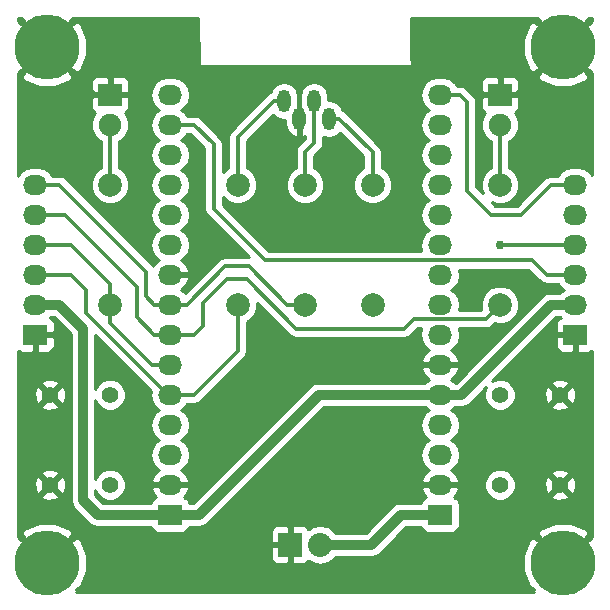
<source format=gtl>
%TF.GenerationSoftware,KiCad,Pcbnew,4.0.2-4+6225~38~ubuntu14.04.1-stable*%
%TF.CreationDate,2016-04-25T17:13:35+01:00*%
%TF.ProjectId,basic,62617369632E6B696361645F70636200,rev?*%
%TF.FileFunction,Copper,L1,Top,Signal*%
%FSLAX46Y46*%
G04 Gerber Fmt 4.6, Leading zero omitted, Abs format (unit mm)*
G04 Created by KiCad (PCBNEW 4.0.2-4+6225~38~ubuntu14.04.1-stable) date Mon 25 Apr 2016 17:13:35 BST*
%MOMM*%
G01*
G04 APERTURE LIST*
%ADD10C,0.100000*%
%ADD11C,1.998980*%
%ADD12R,2.000000X1.900000*%
%ADD13C,1.900000*%
%ADD14C,5.500000*%
%ADD15C,1.397000*%
%ADD16R,2.032000X1.727200*%
%ADD17O,2.032000X1.727200*%
%ADD18R,2.032000X2.032000*%
%ADD19O,2.032000X2.032000*%
%ADD20O,1.117600X1.905000*%
%ADD21C,0.750000*%
%ADD22C,0.406000*%
%ADD23C,0.813000*%
%ADD24C,0.305000*%
%ADD25C,0.254000*%
G04 APERTURE END LIST*
D10*
D11*
X151047000Y-86650000D03*
X151047000Y-96810000D03*
D12*
X128822000Y-79030000D03*
D13*
X128822000Y-81570000D03*
D12*
X161842000Y-79030000D03*
D13*
X161842000Y-81570000D03*
D14*
X123483000Y-74981000D03*
X123483000Y-118669000D03*
X167171000Y-74981000D03*
X167171000Y-118669000D03*
D15*
X166922000Y-112050000D03*
X161842000Y-112050000D03*
X166922000Y-104430000D03*
X161842000Y-104430000D03*
X123742000Y-104430000D03*
X128822000Y-104430000D03*
X123742000Y-112050000D03*
X128822000Y-112050000D03*
D16*
X156762000Y-114590000D03*
D17*
X156762000Y-112050000D03*
X156762000Y-109510000D03*
X156762000Y-106970000D03*
X156762000Y-104430000D03*
X156762000Y-101890000D03*
X156762000Y-99350000D03*
X156762000Y-96810000D03*
X156762000Y-94270000D03*
X156762000Y-91730000D03*
X156762000Y-89190000D03*
X156762000Y-86650000D03*
X156762000Y-84110000D03*
X156762000Y-81570000D03*
X156762000Y-79030000D03*
D16*
X133902000Y-114590000D03*
D17*
X133902000Y-112050000D03*
X133902000Y-109510000D03*
X133902000Y-106970000D03*
X133902000Y-104430000D03*
X133902000Y-101890000D03*
X133902000Y-99350000D03*
X133902000Y-96810000D03*
X133902000Y-94270000D03*
X133902000Y-91730000D03*
X133902000Y-89190000D03*
X133902000Y-86650000D03*
X133902000Y-84110000D03*
X133902000Y-81570000D03*
X133902000Y-79030000D03*
D16*
X168192000Y-99350000D03*
D17*
X168192000Y-96810000D03*
X168192000Y-94270000D03*
X168192000Y-91730000D03*
X168192000Y-89190000D03*
X168192000Y-86650000D03*
D16*
X122472000Y-99350000D03*
D17*
X122472000Y-96810000D03*
X122472000Y-94270000D03*
X122472000Y-91730000D03*
X122472000Y-89190000D03*
X122472000Y-86650000D03*
D11*
X128822000Y-86650000D03*
X128822000Y-96810000D03*
X161842000Y-86650000D03*
X161842000Y-96810000D03*
X145332000Y-86650000D03*
X145332000Y-96810000D03*
X139617000Y-86650000D03*
X139617000Y-96810000D03*
D18*
X144062000Y-117130000D03*
D19*
X146602000Y-117130000D03*
D20*
X143554000Y-79538000D03*
X144824000Y-81062000D03*
X146094000Y-79538000D03*
X147364000Y-81062000D03*
D21*
X161842000Y-91730000D03*
D22*
X144824000Y-78268000D02*
X144824000Y-81062000D01*
X163112000Y-79030000D02*
X160416000Y-79030000D01*
X160416000Y-79030000D02*
X158765000Y-77379000D01*
X158765000Y-77379000D02*
X145713000Y-77379000D01*
X145713000Y-77379000D02*
X144824000Y-78268000D01*
X163112000Y-79030000D02*
X167161000Y-74981000D01*
X167161000Y-74981000D02*
X167171000Y-74981000D01*
X128822000Y-79030000D02*
X127532000Y-79030000D01*
X127532000Y-79030000D02*
X126232999Y-77730999D01*
X126232999Y-77730999D02*
X123483000Y-74981000D01*
X144062000Y-117130000D02*
X144062000Y-114590000D01*
X146602000Y-112050000D02*
X156762000Y-112050000D01*
X144062000Y-114590000D02*
X146602000Y-112050000D01*
X163112000Y-79030000D02*
X163122000Y-79030000D01*
X133902000Y-94270000D02*
X133749600Y-94270000D01*
D23*
X122472000Y-96810000D02*
X124504000Y-96810000D01*
X127806000Y-114590000D02*
X133902000Y-114590000D01*
X126536000Y-113320000D02*
X127806000Y-114590000D01*
X126536000Y-98842000D02*
X126536000Y-113320000D01*
X124504000Y-96810000D02*
X126536000Y-98842000D01*
X168192000Y-96810000D02*
X166160000Y-96810000D01*
X158540000Y-104430000D02*
X156762000Y-104430000D01*
X166160000Y-96810000D02*
X158540000Y-104430000D01*
X133902000Y-114590000D02*
X136315000Y-114590000D01*
X136315000Y-114590000D02*
X146475000Y-104430000D01*
X146475000Y-104430000D02*
X156762000Y-104430000D01*
X156609600Y-104430000D02*
X156762000Y-104430000D01*
D24*
X128822000Y-86650000D02*
X128822000Y-85236508D01*
X128822000Y-85236508D02*
X128822000Y-81570000D01*
X139617000Y-86650000D02*
X139617000Y-82611200D01*
X139617000Y-82611200D02*
X142690200Y-79538000D01*
X142690200Y-79538000D02*
X143554000Y-79538000D01*
X145332000Y-86650000D02*
X145332000Y-83856000D01*
X145332000Y-83856000D02*
X146094000Y-83094000D01*
X146094000Y-83094000D02*
X146094000Y-80795500D01*
X146094000Y-80795500D02*
X146094000Y-79538000D01*
X151047000Y-86650000D02*
X151047000Y-83881200D01*
X151047000Y-83881200D02*
X148227800Y-81062000D01*
X148227800Y-81062000D02*
X147364000Y-81062000D01*
X161842000Y-81570000D02*
X161842000Y-86650000D01*
X156609600Y-86650000D02*
X156762000Y-86650000D01*
X156762000Y-79030000D02*
X158413000Y-79030000D01*
X158413000Y-79030000D02*
X159048000Y-79665000D01*
X159048000Y-79665000D02*
X159048000Y-87158000D01*
X159048000Y-87158000D02*
X161080000Y-89190000D01*
X161080000Y-89190000D02*
X163620000Y-89190000D01*
X166160000Y-86650000D02*
X168192000Y-86650000D01*
X163620000Y-89190000D02*
X166160000Y-86650000D01*
X133902000Y-104430000D02*
X135934000Y-104430000D01*
X135934000Y-104430000D02*
X139617000Y-100747000D01*
X139617000Y-100747000D02*
X139617000Y-96810000D01*
X122472000Y-94270000D02*
X125520000Y-94270000D01*
X125520000Y-94270000D02*
X126790000Y-95540000D01*
X126790000Y-95540000D02*
X126790000Y-97470400D01*
X126790000Y-97470400D02*
X133749600Y-104430000D01*
X133749600Y-104430000D02*
X133902000Y-104430000D01*
X133902000Y-104430000D02*
X133775000Y-104430000D01*
X128822000Y-96810000D02*
X128822000Y-95032000D01*
X128822000Y-95032000D02*
X125520000Y-91730000D01*
X125520000Y-91730000D02*
X122472000Y-91730000D01*
X133902000Y-101890000D02*
X132378000Y-101890000D01*
X128822000Y-98334000D02*
X128822000Y-96810000D01*
X132378000Y-101890000D02*
X128822000Y-98334000D01*
X133902000Y-99350000D02*
X135934000Y-99350000D01*
X135934000Y-99350000D02*
X136696000Y-98588000D01*
X136696000Y-98588000D02*
X136696000Y-96683000D01*
X136696000Y-96683000D02*
X138728000Y-94651000D01*
X153714000Y-98842000D02*
X154529890Y-98026110D01*
X138728000Y-94651000D02*
X140379000Y-94651000D01*
X140379000Y-94651000D02*
X144570000Y-98842000D01*
X160625890Y-98026110D02*
X160842511Y-97809489D01*
X144570000Y-98842000D02*
X153714000Y-98842000D01*
X154529890Y-98026110D02*
X160625890Y-98026110D01*
X160842511Y-97809489D02*
X161842000Y-96810000D01*
X133902000Y-99350000D02*
X134283000Y-99350000D01*
X131108000Y-95286000D02*
X125012000Y-89190000D01*
X125012000Y-89190000D02*
X122472000Y-89190000D01*
X131108000Y-97877000D02*
X131108000Y-95286000D01*
X133902000Y-99350000D02*
X132581000Y-99350000D01*
X132581000Y-99350000D02*
X131108000Y-97877000D01*
X133902000Y-96810000D02*
X135299000Y-96810000D01*
X135299000Y-96810000D02*
X138550000Y-93559000D01*
X138550000Y-93559000D02*
X140557000Y-93559000D01*
X140557000Y-93559000D02*
X143808000Y-96810000D01*
X143808000Y-96810000D02*
X145332000Y-96810000D01*
X131870000Y-94016000D02*
X124504000Y-86650000D01*
X124504000Y-86650000D02*
X122472000Y-86650000D01*
X131870000Y-96099000D02*
X131870000Y-94016000D01*
X133902000Y-96810000D02*
X132581000Y-96810000D01*
X132581000Y-96810000D02*
X131870000Y-96099000D01*
X161842000Y-91730000D02*
X168192000Y-91730000D01*
X133902000Y-81570000D02*
X135934000Y-81570000D01*
X135934000Y-81570000D02*
X137585000Y-83221000D01*
X137585000Y-83221000D02*
X137585000Y-88682000D01*
X137585000Y-88682000D02*
X141956890Y-93053890D01*
X141956890Y-93053890D02*
X164562890Y-93053890D01*
X164562890Y-93053890D02*
X165779000Y-94270000D01*
X165779000Y-94270000D02*
X168192000Y-94270000D01*
D23*
X146602000Y-117130000D02*
X150920000Y-117130000D01*
X153460000Y-114590000D02*
X156762000Y-114590000D01*
X150920000Y-117130000D02*
X153460000Y-114590000D01*
D25*
G36*
X125494500Y-99273404D02*
X125494500Y-113320000D01*
X125573779Y-113718565D01*
X125799548Y-114056452D01*
X127069548Y-115326452D01*
X127407435Y-115552221D01*
X127806000Y-115631500D01*
X132272034Y-115631500D01*
X132282838Y-115688917D01*
X132421910Y-115905041D01*
X132634110Y-116050031D01*
X132886000Y-116101040D01*
X134918000Y-116101040D01*
X135153317Y-116056762D01*
X135260656Y-115987691D01*
X142411000Y-115987691D01*
X142411000Y-116844250D01*
X142569750Y-117003000D01*
X143935000Y-117003000D01*
X143935000Y-115637750D01*
X144189000Y-115637750D01*
X144189000Y-117003000D01*
X144209000Y-117003000D01*
X144209000Y-117257000D01*
X144189000Y-117257000D01*
X144189000Y-118622250D01*
X144347750Y-118781000D01*
X145204310Y-118781000D01*
X145437699Y-118684327D01*
X145616327Y-118505698D01*
X145633999Y-118463034D01*
X145970190Y-118687670D01*
X146602000Y-118813345D01*
X147233810Y-118687670D01*
X147769433Y-118329778D01*
X147875191Y-118171500D01*
X150920000Y-118171500D01*
X151318565Y-118092221D01*
X151656452Y-117866452D01*
X153270169Y-116252734D01*
X164934339Y-116252734D01*
X167171000Y-118489395D01*
X169407661Y-116252734D01*
X169095513Y-115804068D01*
X167852657Y-115285669D01*
X166506024Y-115282352D01*
X165260629Y-115794620D01*
X165246487Y-115804068D01*
X164934339Y-116252734D01*
X153270169Y-116252734D01*
X153891403Y-115631500D01*
X155132034Y-115631500D01*
X155142838Y-115688917D01*
X155281910Y-115905041D01*
X155494110Y-116050031D01*
X155746000Y-116101040D01*
X157778000Y-116101040D01*
X158013317Y-116056762D01*
X158229441Y-115917690D01*
X158374431Y-115705490D01*
X158425440Y-115453600D01*
X158425440Y-113726400D01*
X158381162Y-113491083D01*
X158242090Y-113274959D01*
X158029890Y-113129969D01*
X157935073Y-113110768D01*
X158112732Y-112952036D01*
X158366709Y-112424791D01*
X158369358Y-112409026D01*
X158319790Y-112314086D01*
X160508269Y-112314086D01*
X160710854Y-112804380D01*
X161085647Y-113179827D01*
X161575587Y-113383268D01*
X162106086Y-113383731D01*
X162596380Y-113181146D01*
X162793681Y-112984188D01*
X166167417Y-112984188D01*
X166229071Y-113219800D01*
X166729480Y-113395927D01*
X167259199Y-113367148D01*
X167614929Y-113219800D01*
X167676583Y-112984188D01*
X166922000Y-112229605D01*
X166167417Y-112984188D01*
X162793681Y-112984188D01*
X162971827Y-112806353D01*
X163175268Y-112316413D01*
X163175668Y-111857480D01*
X165576073Y-111857480D01*
X165604852Y-112387199D01*
X165752200Y-112742929D01*
X165987812Y-112804583D01*
X166742395Y-112050000D01*
X167101605Y-112050000D01*
X167856188Y-112804583D01*
X168091800Y-112742929D01*
X168267927Y-112242520D01*
X168239148Y-111712801D01*
X168091800Y-111357071D01*
X167856188Y-111295417D01*
X167101605Y-112050000D01*
X166742395Y-112050000D01*
X165987812Y-111295417D01*
X165752200Y-111357071D01*
X165576073Y-111857480D01*
X163175668Y-111857480D01*
X163175731Y-111785914D01*
X162973146Y-111295620D01*
X162793652Y-111115812D01*
X166167417Y-111115812D01*
X166922000Y-111870395D01*
X167676583Y-111115812D01*
X167614929Y-110880200D01*
X167114520Y-110704073D01*
X166584801Y-110732852D01*
X166229071Y-110880200D01*
X166167417Y-111115812D01*
X162793652Y-111115812D01*
X162598353Y-110920173D01*
X162108413Y-110716732D01*
X161577914Y-110716269D01*
X161087620Y-110918854D01*
X160712173Y-111293647D01*
X160508732Y-111783587D01*
X160508269Y-112314086D01*
X158319790Y-112314086D01*
X158248217Y-112177000D01*
X156889000Y-112177000D01*
X156889000Y-112197000D01*
X156635000Y-112197000D01*
X156635000Y-112177000D01*
X155275783Y-112177000D01*
X155154642Y-112409026D01*
X155157291Y-112424791D01*
X155411268Y-112952036D01*
X155586845Y-113108907D01*
X155510683Y-113123238D01*
X155294559Y-113262310D01*
X155149569Y-113474510D01*
X155134586Y-113548500D01*
X153460000Y-113548500D01*
X153061435Y-113627779D01*
X152723548Y-113853548D01*
X152723546Y-113853551D01*
X150488596Y-116088500D01*
X147875191Y-116088500D01*
X147769433Y-115930222D01*
X147233810Y-115572330D01*
X146602000Y-115446655D01*
X145970190Y-115572330D01*
X145633999Y-115796966D01*
X145616327Y-115754302D01*
X145437699Y-115575673D01*
X145204310Y-115479000D01*
X144347750Y-115479000D01*
X144189000Y-115637750D01*
X143935000Y-115637750D01*
X143776250Y-115479000D01*
X142919690Y-115479000D01*
X142686301Y-115575673D01*
X142507673Y-115754302D01*
X142411000Y-115987691D01*
X135260656Y-115987691D01*
X135369441Y-115917690D01*
X135514431Y-115705490D01*
X135529414Y-115631500D01*
X136315000Y-115631500D01*
X136713565Y-115552221D01*
X137051452Y-115326452D01*
X146906404Y-105471500D01*
X155505444Y-105471500D01*
X155517585Y-105489670D01*
X155832366Y-105700000D01*
X155517585Y-105910330D01*
X155192729Y-106396511D01*
X155078655Y-106970000D01*
X155192729Y-107543489D01*
X155517585Y-108029670D01*
X155832366Y-108240000D01*
X155517585Y-108450330D01*
X155192729Y-108936511D01*
X155078655Y-109510000D01*
X155192729Y-110083489D01*
X155517585Y-110569670D01*
X155827069Y-110776461D01*
X155411268Y-111147964D01*
X155157291Y-111675209D01*
X155154642Y-111690974D01*
X155275783Y-111923000D01*
X156635000Y-111923000D01*
X156635000Y-111903000D01*
X156889000Y-111903000D01*
X156889000Y-111923000D01*
X158248217Y-111923000D01*
X158369358Y-111690974D01*
X158366709Y-111675209D01*
X158112732Y-111147964D01*
X157696931Y-110776461D01*
X158006415Y-110569670D01*
X158331271Y-110083489D01*
X158445345Y-109510000D01*
X158331271Y-108936511D01*
X158006415Y-108450330D01*
X157691634Y-108240000D01*
X158006415Y-108029670D01*
X158331271Y-107543489D01*
X158445345Y-106970000D01*
X158331271Y-106396511D01*
X158006415Y-105910330D01*
X157691634Y-105700000D01*
X158006415Y-105489670D01*
X158018556Y-105471500D01*
X158540000Y-105471500D01*
X158938565Y-105392221D01*
X159276452Y-105166452D01*
X160671638Y-103771266D01*
X160508732Y-104163587D01*
X160508269Y-104694086D01*
X160710854Y-105184380D01*
X161085647Y-105559827D01*
X161575587Y-105763268D01*
X162106086Y-105763731D01*
X162596380Y-105561146D01*
X162793681Y-105364188D01*
X166167417Y-105364188D01*
X166229071Y-105599800D01*
X166729480Y-105775927D01*
X167259199Y-105747148D01*
X167614929Y-105599800D01*
X167676583Y-105364188D01*
X166922000Y-104609605D01*
X166167417Y-105364188D01*
X162793681Y-105364188D01*
X162971827Y-105186353D01*
X163175268Y-104696413D01*
X163175668Y-104237480D01*
X165576073Y-104237480D01*
X165604852Y-104767199D01*
X165752200Y-105122929D01*
X165987812Y-105184583D01*
X166742395Y-104430000D01*
X167101605Y-104430000D01*
X167856188Y-105184583D01*
X168091800Y-105122929D01*
X168267927Y-104622520D01*
X168239148Y-104092801D01*
X168091800Y-103737071D01*
X167856188Y-103675417D01*
X167101605Y-104430000D01*
X166742395Y-104430000D01*
X165987812Y-103675417D01*
X165752200Y-103737071D01*
X165576073Y-104237480D01*
X163175668Y-104237480D01*
X163175731Y-104165914D01*
X162973146Y-103675620D01*
X162793652Y-103495812D01*
X166167417Y-103495812D01*
X166922000Y-104250395D01*
X167676583Y-103495812D01*
X167614929Y-103260200D01*
X167114520Y-103084073D01*
X166584801Y-103112852D01*
X166229071Y-103260200D01*
X166167417Y-103495812D01*
X162793652Y-103495812D01*
X162598353Y-103300173D01*
X162108413Y-103096732D01*
X161577914Y-103096269D01*
X161183784Y-103259120D01*
X164807153Y-99635750D01*
X166541000Y-99635750D01*
X166541000Y-100339909D01*
X166637673Y-100573298D01*
X166816301Y-100751927D01*
X167049690Y-100848600D01*
X167906250Y-100848600D01*
X168065000Y-100689850D01*
X168065000Y-99477000D01*
X166699750Y-99477000D01*
X166541000Y-99635750D01*
X164807153Y-99635750D01*
X166591403Y-97851500D01*
X166935444Y-97851500D01*
X166947585Y-97869670D01*
X166969780Y-97884500D01*
X166816301Y-97948073D01*
X166637673Y-98126702D01*
X166541000Y-98360091D01*
X166541000Y-99064250D01*
X166699750Y-99223000D01*
X168065000Y-99223000D01*
X168065000Y-99203000D01*
X168319000Y-99203000D01*
X168319000Y-99223000D01*
X168339000Y-99223000D01*
X168339000Y-99477000D01*
X168319000Y-99477000D01*
X168319000Y-100689850D01*
X168477750Y-100848600D01*
X169334310Y-100848600D01*
X169567699Y-100751927D01*
X169617000Y-100702626D01*
X169617000Y-116453026D01*
X169587266Y-116432339D01*
X167350605Y-118669000D01*
X167364748Y-118683143D01*
X167185143Y-118862748D01*
X167171000Y-118848605D01*
X167156858Y-118862748D01*
X166977253Y-118683143D01*
X166991395Y-118669000D01*
X164754734Y-116432339D01*
X164306068Y-116744487D01*
X163787669Y-117987343D01*
X163784352Y-119333976D01*
X164296620Y-120579371D01*
X164306068Y-120593513D01*
X164754732Y-120905660D01*
X164642506Y-121017886D01*
X164727620Y-121103000D01*
X125926380Y-121103000D01*
X126011494Y-121017886D01*
X125899268Y-120905660D01*
X126347932Y-120593513D01*
X126866331Y-119350657D01*
X126869648Y-118004024D01*
X126627674Y-117415750D01*
X142411000Y-117415750D01*
X142411000Y-118272309D01*
X142507673Y-118505698D01*
X142686301Y-118684327D01*
X142919690Y-118781000D01*
X143776250Y-118781000D01*
X143935000Y-118622250D01*
X143935000Y-117257000D01*
X142569750Y-117257000D01*
X142411000Y-117415750D01*
X126627674Y-117415750D01*
X126357380Y-116758629D01*
X126347932Y-116744487D01*
X125899266Y-116432339D01*
X123662605Y-118669000D01*
X123676748Y-118683143D01*
X123497143Y-118862748D01*
X123483000Y-118848605D01*
X123468858Y-118862748D01*
X123289253Y-118683143D01*
X123303395Y-118669000D01*
X121066734Y-116432339D01*
X121037000Y-116453026D01*
X121037000Y-116252734D01*
X121246339Y-116252734D01*
X123483000Y-118489395D01*
X125719661Y-116252734D01*
X125407513Y-115804068D01*
X124164657Y-115285669D01*
X122818024Y-115282352D01*
X121572629Y-115794620D01*
X121558487Y-115804068D01*
X121246339Y-116252734D01*
X121037000Y-116252734D01*
X121037000Y-112984188D01*
X122987417Y-112984188D01*
X123049071Y-113219800D01*
X123549480Y-113395927D01*
X124079199Y-113367148D01*
X124434929Y-113219800D01*
X124496583Y-112984188D01*
X123742000Y-112229605D01*
X122987417Y-112984188D01*
X121037000Y-112984188D01*
X121037000Y-111857480D01*
X122396073Y-111857480D01*
X122424852Y-112387199D01*
X122572200Y-112742929D01*
X122807812Y-112804583D01*
X123562395Y-112050000D01*
X123921605Y-112050000D01*
X124676188Y-112804583D01*
X124911800Y-112742929D01*
X125087927Y-112242520D01*
X125059148Y-111712801D01*
X124911800Y-111357071D01*
X124676188Y-111295417D01*
X123921605Y-112050000D01*
X123562395Y-112050000D01*
X122807812Y-111295417D01*
X122572200Y-111357071D01*
X122396073Y-111857480D01*
X121037000Y-111857480D01*
X121037000Y-111115812D01*
X122987417Y-111115812D01*
X123742000Y-111870395D01*
X124496583Y-111115812D01*
X124434929Y-110880200D01*
X123934520Y-110704073D01*
X123404801Y-110732852D01*
X123049071Y-110880200D01*
X122987417Y-111115812D01*
X121037000Y-111115812D01*
X121037000Y-105364188D01*
X122987417Y-105364188D01*
X123049071Y-105599800D01*
X123549480Y-105775927D01*
X124079199Y-105747148D01*
X124434929Y-105599800D01*
X124496583Y-105364188D01*
X123742000Y-104609605D01*
X122987417Y-105364188D01*
X121037000Y-105364188D01*
X121037000Y-104237480D01*
X122396073Y-104237480D01*
X122424852Y-104767199D01*
X122572200Y-105122929D01*
X122807812Y-105184583D01*
X123562395Y-104430000D01*
X123921605Y-104430000D01*
X124676188Y-105184583D01*
X124911800Y-105122929D01*
X125087927Y-104622520D01*
X125059148Y-104092801D01*
X124911800Y-103737071D01*
X124676188Y-103675417D01*
X123921605Y-104430000D01*
X123562395Y-104430000D01*
X122807812Y-103675417D01*
X122572200Y-103737071D01*
X122396073Y-104237480D01*
X121037000Y-104237480D01*
X121037000Y-103495812D01*
X122987417Y-103495812D01*
X123742000Y-104250395D01*
X124496583Y-103495812D01*
X124434929Y-103260200D01*
X123934520Y-103084073D01*
X123404801Y-103112852D01*
X123049071Y-103260200D01*
X122987417Y-103495812D01*
X121037000Y-103495812D01*
X121037000Y-100692626D01*
X121096301Y-100751927D01*
X121329690Y-100848600D01*
X122186250Y-100848600D01*
X122345000Y-100689850D01*
X122345000Y-99477000D01*
X122599000Y-99477000D01*
X122599000Y-100689850D01*
X122757750Y-100848600D01*
X123614310Y-100848600D01*
X123847699Y-100751927D01*
X124026327Y-100573298D01*
X124123000Y-100339909D01*
X124123000Y-99635750D01*
X123964250Y-99477000D01*
X122599000Y-99477000D01*
X122345000Y-99477000D01*
X122325000Y-99477000D01*
X122325000Y-99223000D01*
X122345000Y-99223000D01*
X122345000Y-99203000D01*
X122599000Y-99203000D01*
X122599000Y-99223000D01*
X123964250Y-99223000D01*
X124123000Y-99064250D01*
X124123000Y-98360091D01*
X124026327Y-98126702D01*
X123847699Y-97948073D01*
X123694220Y-97884500D01*
X123716415Y-97869670D01*
X123728556Y-97851500D01*
X124072596Y-97851500D01*
X125494500Y-99273404D01*
X125494500Y-99273404D01*
G37*
X125494500Y-99273404D02*
X125494500Y-113320000D01*
X125573779Y-113718565D01*
X125799548Y-114056452D01*
X127069548Y-115326452D01*
X127407435Y-115552221D01*
X127806000Y-115631500D01*
X132272034Y-115631500D01*
X132282838Y-115688917D01*
X132421910Y-115905041D01*
X132634110Y-116050031D01*
X132886000Y-116101040D01*
X134918000Y-116101040D01*
X135153317Y-116056762D01*
X135260656Y-115987691D01*
X142411000Y-115987691D01*
X142411000Y-116844250D01*
X142569750Y-117003000D01*
X143935000Y-117003000D01*
X143935000Y-115637750D01*
X144189000Y-115637750D01*
X144189000Y-117003000D01*
X144209000Y-117003000D01*
X144209000Y-117257000D01*
X144189000Y-117257000D01*
X144189000Y-118622250D01*
X144347750Y-118781000D01*
X145204310Y-118781000D01*
X145437699Y-118684327D01*
X145616327Y-118505698D01*
X145633999Y-118463034D01*
X145970190Y-118687670D01*
X146602000Y-118813345D01*
X147233810Y-118687670D01*
X147769433Y-118329778D01*
X147875191Y-118171500D01*
X150920000Y-118171500D01*
X151318565Y-118092221D01*
X151656452Y-117866452D01*
X153270169Y-116252734D01*
X164934339Y-116252734D01*
X167171000Y-118489395D01*
X169407661Y-116252734D01*
X169095513Y-115804068D01*
X167852657Y-115285669D01*
X166506024Y-115282352D01*
X165260629Y-115794620D01*
X165246487Y-115804068D01*
X164934339Y-116252734D01*
X153270169Y-116252734D01*
X153891403Y-115631500D01*
X155132034Y-115631500D01*
X155142838Y-115688917D01*
X155281910Y-115905041D01*
X155494110Y-116050031D01*
X155746000Y-116101040D01*
X157778000Y-116101040D01*
X158013317Y-116056762D01*
X158229441Y-115917690D01*
X158374431Y-115705490D01*
X158425440Y-115453600D01*
X158425440Y-113726400D01*
X158381162Y-113491083D01*
X158242090Y-113274959D01*
X158029890Y-113129969D01*
X157935073Y-113110768D01*
X158112732Y-112952036D01*
X158366709Y-112424791D01*
X158369358Y-112409026D01*
X158319790Y-112314086D01*
X160508269Y-112314086D01*
X160710854Y-112804380D01*
X161085647Y-113179827D01*
X161575587Y-113383268D01*
X162106086Y-113383731D01*
X162596380Y-113181146D01*
X162793681Y-112984188D01*
X166167417Y-112984188D01*
X166229071Y-113219800D01*
X166729480Y-113395927D01*
X167259199Y-113367148D01*
X167614929Y-113219800D01*
X167676583Y-112984188D01*
X166922000Y-112229605D01*
X166167417Y-112984188D01*
X162793681Y-112984188D01*
X162971827Y-112806353D01*
X163175268Y-112316413D01*
X163175668Y-111857480D01*
X165576073Y-111857480D01*
X165604852Y-112387199D01*
X165752200Y-112742929D01*
X165987812Y-112804583D01*
X166742395Y-112050000D01*
X167101605Y-112050000D01*
X167856188Y-112804583D01*
X168091800Y-112742929D01*
X168267927Y-112242520D01*
X168239148Y-111712801D01*
X168091800Y-111357071D01*
X167856188Y-111295417D01*
X167101605Y-112050000D01*
X166742395Y-112050000D01*
X165987812Y-111295417D01*
X165752200Y-111357071D01*
X165576073Y-111857480D01*
X163175668Y-111857480D01*
X163175731Y-111785914D01*
X162973146Y-111295620D01*
X162793652Y-111115812D01*
X166167417Y-111115812D01*
X166922000Y-111870395D01*
X167676583Y-111115812D01*
X167614929Y-110880200D01*
X167114520Y-110704073D01*
X166584801Y-110732852D01*
X166229071Y-110880200D01*
X166167417Y-111115812D01*
X162793652Y-111115812D01*
X162598353Y-110920173D01*
X162108413Y-110716732D01*
X161577914Y-110716269D01*
X161087620Y-110918854D01*
X160712173Y-111293647D01*
X160508732Y-111783587D01*
X160508269Y-112314086D01*
X158319790Y-112314086D01*
X158248217Y-112177000D01*
X156889000Y-112177000D01*
X156889000Y-112197000D01*
X156635000Y-112197000D01*
X156635000Y-112177000D01*
X155275783Y-112177000D01*
X155154642Y-112409026D01*
X155157291Y-112424791D01*
X155411268Y-112952036D01*
X155586845Y-113108907D01*
X155510683Y-113123238D01*
X155294559Y-113262310D01*
X155149569Y-113474510D01*
X155134586Y-113548500D01*
X153460000Y-113548500D01*
X153061435Y-113627779D01*
X152723548Y-113853548D01*
X152723546Y-113853551D01*
X150488596Y-116088500D01*
X147875191Y-116088500D01*
X147769433Y-115930222D01*
X147233810Y-115572330D01*
X146602000Y-115446655D01*
X145970190Y-115572330D01*
X145633999Y-115796966D01*
X145616327Y-115754302D01*
X145437699Y-115575673D01*
X145204310Y-115479000D01*
X144347750Y-115479000D01*
X144189000Y-115637750D01*
X143935000Y-115637750D01*
X143776250Y-115479000D01*
X142919690Y-115479000D01*
X142686301Y-115575673D01*
X142507673Y-115754302D01*
X142411000Y-115987691D01*
X135260656Y-115987691D01*
X135369441Y-115917690D01*
X135514431Y-115705490D01*
X135529414Y-115631500D01*
X136315000Y-115631500D01*
X136713565Y-115552221D01*
X137051452Y-115326452D01*
X146906404Y-105471500D01*
X155505444Y-105471500D01*
X155517585Y-105489670D01*
X155832366Y-105700000D01*
X155517585Y-105910330D01*
X155192729Y-106396511D01*
X155078655Y-106970000D01*
X155192729Y-107543489D01*
X155517585Y-108029670D01*
X155832366Y-108240000D01*
X155517585Y-108450330D01*
X155192729Y-108936511D01*
X155078655Y-109510000D01*
X155192729Y-110083489D01*
X155517585Y-110569670D01*
X155827069Y-110776461D01*
X155411268Y-111147964D01*
X155157291Y-111675209D01*
X155154642Y-111690974D01*
X155275783Y-111923000D01*
X156635000Y-111923000D01*
X156635000Y-111903000D01*
X156889000Y-111903000D01*
X156889000Y-111923000D01*
X158248217Y-111923000D01*
X158369358Y-111690974D01*
X158366709Y-111675209D01*
X158112732Y-111147964D01*
X157696931Y-110776461D01*
X158006415Y-110569670D01*
X158331271Y-110083489D01*
X158445345Y-109510000D01*
X158331271Y-108936511D01*
X158006415Y-108450330D01*
X157691634Y-108240000D01*
X158006415Y-108029670D01*
X158331271Y-107543489D01*
X158445345Y-106970000D01*
X158331271Y-106396511D01*
X158006415Y-105910330D01*
X157691634Y-105700000D01*
X158006415Y-105489670D01*
X158018556Y-105471500D01*
X158540000Y-105471500D01*
X158938565Y-105392221D01*
X159276452Y-105166452D01*
X160671638Y-103771266D01*
X160508732Y-104163587D01*
X160508269Y-104694086D01*
X160710854Y-105184380D01*
X161085647Y-105559827D01*
X161575587Y-105763268D01*
X162106086Y-105763731D01*
X162596380Y-105561146D01*
X162793681Y-105364188D01*
X166167417Y-105364188D01*
X166229071Y-105599800D01*
X166729480Y-105775927D01*
X167259199Y-105747148D01*
X167614929Y-105599800D01*
X167676583Y-105364188D01*
X166922000Y-104609605D01*
X166167417Y-105364188D01*
X162793681Y-105364188D01*
X162971827Y-105186353D01*
X163175268Y-104696413D01*
X163175668Y-104237480D01*
X165576073Y-104237480D01*
X165604852Y-104767199D01*
X165752200Y-105122929D01*
X165987812Y-105184583D01*
X166742395Y-104430000D01*
X167101605Y-104430000D01*
X167856188Y-105184583D01*
X168091800Y-105122929D01*
X168267927Y-104622520D01*
X168239148Y-104092801D01*
X168091800Y-103737071D01*
X167856188Y-103675417D01*
X167101605Y-104430000D01*
X166742395Y-104430000D01*
X165987812Y-103675417D01*
X165752200Y-103737071D01*
X165576073Y-104237480D01*
X163175668Y-104237480D01*
X163175731Y-104165914D01*
X162973146Y-103675620D01*
X162793652Y-103495812D01*
X166167417Y-103495812D01*
X166922000Y-104250395D01*
X167676583Y-103495812D01*
X167614929Y-103260200D01*
X167114520Y-103084073D01*
X166584801Y-103112852D01*
X166229071Y-103260200D01*
X166167417Y-103495812D01*
X162793652Y-103495812D01*
X162598353Y-103300173D01*
X162108413Y-103096732D01*
X161577914Y-103096269D01*
X161183784Y-103259120D01*
X164807153Y-99635750D01*
X166541000Y-99635750D01*
X166541000Y-100339909D01*
X166637673Y-100573298D01*
X166816301Y-100751927D01*
X167049690Y-100848600D01*
X167906250Y-100848600D01*
X168065000Y-100689850D01*
X168065000Y-99477000D01*
X166699750Y-99477000D01*
X166541000Y-99635750D01*
X164807153Y-99635750D01*
X166591403Y-97851500D01*
X166935444Y-97851500D01*
X166947585Y-97869670D01*
X166969780Y-97884500D01*
X166816301Y-97948073D01*
X166637673Y-98126702D01*
X166541000Y-98360091D01*
X166541000Y-99064250D01*
X166699750Y-99223000D01*
X168065000Y-99223000D01*
X168065000Y-99203000D01*
X168319000Y-99203000D01*
X168319000Y-99223000D01*
X168339000Y-99223000D01*
X168339000Y-99477000D01*
X168319000Y-99477000D01*
X168319000Y-100689850D01*
X168477750Y-100848600D01*
X169334310Y-100848600D01*
X169567699Y-100751927D01*
X169617000Y-100702626D01*
X169617000Y-116453026D01*
X169587266Y-116432339D01*
X167350605Y-118669000D01*
X167364748Y-118683143D01*
X167185143Y-118862748D01*
X167171000Y-118848605D01*
X167156858Y-118862748D01*
X166977253Y-118683143D01*
X166991395Y-118669000D01*
X164754734Y-116432339D01*
X164306068Y-116744487D01*
X163787669Y-117987343D01*
X163784352Y-119333976D01*
X164296620Y-120579371D01*
X164306068Y-120593513D01*
X164754732Y-120905660D01*
X164642506Y-121017886D01*
X164727620Y-121103000D01*
X125926380Y-121103000D01*
X126011494Y-121017886D01*
X125899268Y-120905660D01*
X126347932Y-120593513D01*
X126866331Y-119350657D01*
X126869648Y-118004024D01*
X126627674Y-117415750D01*
X142411000Y-117415750D01*
X142411000Y-118272309D01*
X142507673Y-118505698D01*
X142686301Y-118684327D01*
X142919690Y-118781000D01*
X143776250Y-118781000D01*
X143935000Y-118622250D01*
X143935000Y-117257000D01*
X142569750Y-117257000D01*
X142411000Y-117415750D01*
X126627674Y-117415750D01*
X126357380Y-116758629D01*
X126347932Y-116744487D01*
X125899266Y-116432339D01*
X123662605Y-118669000D01*
X123676748Y-118683143D01*
X123497143Y-118862748D01*
X123483000Y-118848605D01*
X123468858Y-118862748D01*
X123289253Y-118683143D01*
X123303395Y-118669000D01*
X121066734Y-116432339D01*
X121037000Y-116453026D01*
X121037000Y-116252734D01*
X121246339Y-116252734D01*
X123483000Y-118489395D01*
X125719661Y-116252734D01*
X125407513Y-115804068D01*
X124164657Y-115285669D01*
X122818024Y-115282352D01*
X121572629Y-115794620D01*
X121558487Y-115804068D01*
X121246339Y-116252734D01*
X121037000Y-116252734D01*
X121037000Y-112984188D01*
X122987417Y-112984188D01*
X123049071Y-113219800D01*
X123549480Y-113395927D01*
X124079199Y-113367148D01*
X124434929Y-113219800D01*
X124496583Y-112984188D01*
X123742000Y-112229605D01*
X122987417Y-112984188D01*
X121037000Y-112984188D01*
X121037000Y-111857480D01*
X122396073Y-111857480D01*
X122424852Y-112387199D01*
X122572200Y-112742929D01*
X122807812Y-112804583D01*
X123562395Y-112050000D01*
X123921605Y-112050000D01*
X124676188Y-112804583D01*
X124911800Y-112742929D01*
X125087927Y-112242520D01*
X125059148Y-111712801D01*
X124911800Y-111357071D01*
X124676188Y-111295417D01*
X123921605Y-112050000D01*
X123562395Y-112050000D01*
X122807812Y-111295417D01*
X122572200Y-111357071D01*
X122396073Y-111857480D01*
X121037000Y-111857480D01*
X121037000Y-111115812D01*
X122987417Y-111115812D01*
X123742000Y-111870395D01*
X124496583Y-111115812D01*
X124434929Y-110880200D01*
X123934520Y-110704073D01*
X123404801Y-110732852D01*
X123049071Y-110880200D01*
X122987417Y-111115812D01*
X121037000Y-111115812D01*
X121037000Y-105364188D01*
X122987417Y-105364188D01*
X123049071Y-105599800D01*
X123549480Y-105775927D01*
X124079199Y-105747148D01*
X124434929Y-105599800D01*
X124496583Y-105364188D01*
X123742000Y-104609605D01*
X122987417Y-105364188D01*
X121037000Y-105364188D01*
X121037000Y-104237480D01*
X122396073Y-104237480D01*
X122424852Y-104767199D01*
X122572200Y-105122929D01*
X122807812Y-105184583D01*
X123562395Y-104430000D01*
X123921605Y-104430000D01*
X124676188Y-105184583D01*
X124911800Y-105122929D01*
X125087927Y-104622520D01*
X125059148Y-104092801D01*
X124911800Y-103737071D01*
X124676188Y-103675417D01*
X123921605Y-104430000D01*
X123562395Y-104430000D01*
X122807812Y-103675417D01*
X122572200Y-103737071D01*
X122396073Y-104237480D01*
X121037000Y-104237480D01*
X121037000Y-103495812D01*
X122987417Y-103495812D01*
X123742000Y-104250395D01*
X124496583Y-103495812D01*
X124434929Y-103260200D01*
X123934520Y-103084073D01*
X123404801Y-103112852D01*
X123049071Y-103260200D01*
X122987417Y-103495812D01*
X121037000Y-103495812D01*
X121037000Y-100692626D01*
X121096301Y-100751927D01*
X121329690Y-100848600D01*
X122186250Y-100848600D01*
X122345000Y-100689850D01*
X122345000Y-99477000D01*
X122599000Y-99477000D01*
X122599000Y-100689850D01*
X122757750Y-100848600D01*
X123614310Y-100848600D01*
X123847699Y-100751927D01*
X124026327Y-100573298D01*
X124123000Y-100339909D01*
X124123000Y-99635750D01*
X123964250Y-99477000D01*
X122599000Y-99477000D01*
X122345000Y-99477000D01*
X122325000Y-99477000D01*
X122325000Y-99223000D01*
X122345000Y-99223000D01*
X122345000Y-99203000D01*
X122599000Y-99203000D01*
X122599000Y-99223000D01*
X123964250Y-99223000D01*
X124123000Y-99064250D01*
X124123000Y-98360091D01*
X124026327Y-98126702D01*
X123847699Y-97948073D01*
X123694220Y-97884500D01*
X123716415Y-97869670D01*
X123728556Y-97851500D01*
X124072596Y-97851500D01*
X125494500Y-99273404D01*
G36*
X165222151Y-94826844D02*
X165222153Y-94826847D01*
X165410002Y-94952363D01*
X165477637Y-94997555D01*
X165779000Y-95057500D01*
X166765727Y-95057500D01*
X166947585Y-95329670D01*
X167262366Y-95540000D01*
X166947585Y-95750330D01*
X166935444Y-95768500D01*
X166160000Y-95768500D01*
X165761435Y-95847779D01*
X165423548Y-96073548D01*
X165423546Y-96073551D01*
X158108596Y-103388500D01*
X158018556Y-103388500D01*
X158006415Y-103370330D01*
X157696931Y-103163539D01*
X158112732Y-102792036D01*
X158366709Y-102264791D01*
X158369358Y-102249026D01*
X158248217Y-102017000D01*
X156889000Y-102017000D01*
X156889000Y-102037000D01*
X156635000Y-102037000D01*
X156635000Y-102017000D01*
X155275783Y-102017000D01*
X155154642Y-102249026D01*
X155157291Y-102264791D01*
X155411268Y-102792036D01*
X155827069Y-103163539D01*
X155517585Y-103370330D01*
X155505444Y-103388500D01*
X146475005Y-103388500D01*
X146475000Y-103388499D01*
X146076435Y-103467779D01*
X145738548Y-103693548D01*
X135883596Y-113548500D01*
X135531966Y-113548500D01*
X135521162Y-113491083D01*
X135382090Y-113274959D01*
X135169890Y-113129969D01*
X135075073Y-113110768D01*
X135252732Y-112952036D01*
X135506709Y-112424791D01*
X135509358Y-112409026D01*
X135388217Y-112177000D01*
X134029000Y-112177000D01*
X134029000Y-112197000D01*
X133775000Y-112197000D01*
X133775000Y-112177000D01*
X132415783Y-112177000D01*
X132294642Y-112409026D01*
X132297291Y-112424791D01*
X132551268Y-112952036D01*
X132726845Y-113108907D01*
X132650683Y-113123238D01*
X132434559Y-113262310D01*
X132289569Y-113474510D01*
X132274586Y-113548500D01*
X128237404Y-113548500D01*
X127577500Y-112888596D01*
X127577500Y-112530042D01*
X127690854Y-112804380D01*
X128065647Y-113179827D01*
X128555587Y-113383268D01*
X129086086Y-113383731D01*
X129576380Y-113181146D01*
X129951827Y-112806353D01*
X130155268Y-112316413D01*
X130155731Y-111785914D01*
X129953146Y-111295620D01*
X129578353Y-110920173D01*
X129088413Y-110716732D01*
X128557914Y-110716269D01*
X128067620Y-110918854D01*
X127692173Y-111293647D01*
X127577500Y-111569810D01*
X127577500Y-104910042D01*
X127690854Y-105184380D01*
X128065647Y-105559827D01*
X128555587Y-105763268D01*
X129086086Y-105763731D01*
X129576380Y-105561146D01*
X129951827Y-105186353D01*
X130155268Y-104696413D01*
X130155731Y-104165914D01*
X129953146Y-103675620D01*
X129578353Y-103300173D01*
X129088413Y-103096732D01*
X128557914Y-103096269D01*
X128067620Y-103298854D01*
X127692173Y-103673647D01*
X127577500Y-103949810D01*
X127577500Y-99371594D01*
X132287882Y-104081975D01*
X132218655Y-104430000D01*
X132332729Y-105003489D01*
X132657585Y-105489670D01*
X132972366Y-105700000D01*
X132657585Y-105910330D01*
X132332729Y-106396511D01*
X132218655Y-106970000D01*
X132332729Y-107543489D01*
X132657585Y-108029670D01*
X132972366Y-108240000D01*
X132657585Y-108450330D01*
X132332729Y-108936511D01*
X132218655Y-109510000D01*
X132332729Y-110083489D01*
X132657585Y-110569670D01*
X132967069Y-110776461D01*
X132551268Y-111147964D01*
X132297291Y-111675209D01*
X132294642Y-111690974D01*
X132415783Y-111923000D01*
X133775000Y-111923000D01*
X133775000Y-111903000D01*
X134029000Y-111903000D01*
X134029000Y-111923000D01*
X135388217Y-111923000D01*
X135509358Y-111690974D01*
X135506709Y-111675209D01*
X135252732Y-111147964D01*
X134836931Y-110776461D01*
X135146415Y-110569670D01*
X135471271Y-110083489D01*
X135585345Y-109510000D01*
X135471271Y-108936511D01*
X135146415Y-108450330D01*
X134831634Y-108240000D01*
X135146415Y-108029670D01*
X135471271Y-107543489D01*
X135585345Y-106970000D01*
X135471271Y-106396511D01*
X135146415Y-105910330D01*
X134831634Y-105700000D01*
X135146415Y-105489670D01*
X135328273Y-105217500D01*
X135933995Y-105217500D01*
X135934000Y-105217501D01*
X136235363Y-105157555D01*
X136490847Y-104986847D01*
X140173844Y-101303849D01*
X140173847Y-101303847D01*
X140344555Y-101048363D01*
X140356569Y-100987964D01*
X140404501Y-100747000D01*
X140404500Y-100746995D01*
X140404500Y-98253133D01*
X140541655Y-98196462D01*
X141001846Y-97737073D01*
X141251206Y-97136547D01*
X141251642Y-96637336D01*
X144013153Y-99398847D01*
X144268637Y-99569555D01*
X144570000Y-99629501D01*
X144570005Y-99629500D01*
X153713995Y-99629500D01*
X153714000Y-99629501D01*
X154015363Y-99569555D01*
X154270847Y-99398847D01*
X154856083Y-98813610D01*
X155185350Y-98813610D01*
X155078655Y-99350000D01*
X155192729Y-99923489D01*
X155517585Y-100409670D01*
X155827069Y-100616461D01*
X155411268Y-100987964D01*
X155157291Y-101515209D01*
X155154642Y-101530974D01*
X155275783Y-101763000D01*
X156635000Y-101763000D01*
X156635000Y-101743000D01*
X156889000Y-101743000D01*
X156889000Y-101763000D01*
X158248217Y-101763000D01*
X158369358Y-101530974D01*
X158366709Y-101515209D01*
X158112732Y-100987964D01*
X157696931Y-100616461D01*
X158006415Y-100409670D01*
X158331271Y-99923489D01*
X158445345Y-99350000D01*
X158338650Y-98813610D01*
X160625885Y-98813610D01*
X160625890Y-98813611D01*
X160927253Y-98753665D01*
X161182737Y-98582957D01*
X161378397Y-98387296D01*
X161515453Y-98444206D01*
X162165694Y-98444774D01*
X162766655Y-98196462D01*
X163226846Y-97737073D01*
X163476206Y-97136547D01*
X163476774Y-96486306D01*
X163228462Y-95885345D01*
X162769073Y-95425154D01*
X162168547Y-95175794D01*
X161518306Y-95175226D01*
X160917345Y-95423538D01*
X160457154Y-95882927D01*
X160207794Y-96483453D01*
X160207226Y-97133694D01*
X160250576Y-97238610D01*
X158360089Y-97238610D01*
X158445345Y-96810000D01*
X158331271Y-96236511D01*
X158006415Y-95750330D01*
X157691634Y-95540000D01*
X158006415Y-95329670D01*
X158331271Y-94843489D01*
X158445345Y-94270000D01*
X158360089Y-93841390D01*
X164236696Y-93841390D01*
X165222151Y-94826844D01*
X165222151Y-94826844D01*
G37*
X165222151Y-94826844D02*
X165222153Y-94826847D01*
X165410002Y-94952363D01*
X165477637Y-94997555D01*
X165779000Y-95057500D01*
X166765727Y-95057500D01*
X166947585Y-95329670D01*
X167262366Y-95540000D01*
X166947585Y-95750330D01*
X166935444Y-95768500D01*
X166160000Y-95768500D01*
X165761435Y-95847779D01*
X165423548Y-96073548D01*
X165423546Y-96073551D01*
X158108596Y-103388500D01*
X158018556Y-103388500D01*
X158006415Y-103370330D01*
X157696931Y-103163539D01*
X158112732Y-102792036D01*
X158366709Y-102264791D01*
X158369358Y-102249026D01*
X158248217Y-102017000D01*
X156889000Y-102017000D01*
X156889000Y-102037000D01*
X156635000Y-102037000D01*
X156635000Y-102017000D01*
X155275783Y-102017000D01*
X155154642Y-102249026D01*
X155157291Y-102264791D01*
X155411268Y-102792036D01*
X155827069Y-103163539D01*
X155517585Y-103370330D01*
X155505444Y-103388500D01*
X146475005Y-103388500D01*
X146475000Y-103388499D01*
X146076435Y-103467779D01*
X145738548Y-103693548D01*
X135883596Y-113548500D01*
X135531966Y-113548500D01*
X135521162Y-113491083D01*
X135382090Y-113274959D01*
X135169890Y-113129969D01*
X135075073Y-113110768D01*
X135252732Y-112952036D01*
X135506709Y-112424791D01*
X135509358Y-112409026D01*
X135388217Y-112177000D01*
X134029000Y-112177000D01*
X134029000Y-112197000D01*
X133775000Y-112197000D01*
X133775000Y-112177000D01*
X132415783Y-112177000D01*
X132294642Y-112409026D01*
X132297291Y-112424791D01*
X132551268Y-112952036D01*
X132726845Y-113108907D01*
X132650683Y-113123238D01*
X132434559Y-113262310D01*
X132289569Y-113474510D01*
X132274586Y-113548500D01*
X128237404Y-113548500D01*
X127577500Y-112888596D01*
X127577500Y-112530042D01*
X127690854Y-112804380D01*
X128065647Y-113179827D01*
X128555587Y-113383268D01*
X129086086Y-113383731D01*
X129576380Y-113181146D01*
X129951827Y-112806353D01*
X130155268Y-112316413D01*
X130155731Y-111785914D01*
X129953146Y-111295620D01*
X129578353Y-110920173D01*
X129088413Y-110716732D01*
X128557914Y-110716269D01*
X128067620Y-110918854D01*
X127692173Y-111293647D01*
X127577500Y-111569810D01*
X127577500Y-104910042D01*
X127690854Y-105184380D01*
X128065647Y-105559827D01*
X128555587Y-105763268D01*
X129086086Y-105763731D01*
X129576380Y-105561146D01*
X129951827Y-105186353D01*
X130155268Y-104696413D01*
X130155731Y-104165914D01*
X129953146Y-103675620D01*
X129578353Y-103300173D01*
X129088413Y-103096732D01*
X128557914Y-103096269D01*
X128067620Y-103298854D01*
X127692173Y-103673647D01*
X127577500Y-103949810D01*
X127577500Y-99371594D01*
X132287882Y-104081975D01*
X132218655Y-104430000D01*
X132332729Y-105003489D01*
X132657585Y-105489670D01*
X132972366Y-105700000D01*
X132657585Y-105910330D01*
X132332729Y-106396511D01*
X132218655Y-106970000D01*
X132332729Y-107543489D01*
X132657585Y-108029670D01*
X132972366Y-108240000D01*
X132657585Y-108450330D01*
X132332729Y-108936511D01*
X132218655Y-109510000D01*
X132332729Y-110083489D01*
X132657585Y-110569670D01*
X132967069Y-110776461D01*
X132551268Y-111147964D01*
X132297291Y-111675209D01*
X132294642Y-111690974D01*
X132415783Y-111923000D01*
X133775000Y-111923000D01*
X133775000Y-111903000D01*
X134029000Y-111903000D01*
X134029000Y-111923000D01*
X135388217Y-111923000D01*
X135509358Y-111690974D01*
X135506709Y-111675209D01*
X135252732Y-111147964D01*
X134836931Y-110776461D01*
X135146415Y-110569670D01*
X135471271Y-110083489D01*
X135585345Y-109510000D01*
X135471271Y-108936511D01*
X135146415Y-108450330D01*
X134831634Y-108240000D01*
X135146415Y-108029670D01*
X135471271Y-107543489D01*
X135585345Y-106970000D01*
X135471271Y-106396511D01*
X135146415Y-105910330D01*
X134831634Y-105700000D01*
X135146415Y-105489670D01*
X135328273Y-105217500D01*
X135933995Y-105217500D01*
X135934000Y-105217501D01*
X136235363Y-105157555D01*
X136490847Y-104986847D01*
X140173844Y-101303849D01*
X140173847Y-101303847D01*
X140344555Y-101048363D01*
X140356569Y-100987964D01*
X140404501Y-100747000D01*
X140404500Y-100746995D01*
X140404500Y-98253133D01*
X140541655Y-98196462D01*
X141001846Y-97737073D01*
X141251206Y-97136547D01*
X141251642Y-96637336D01*
X144013153Y-99398847D01*
X144268637Y-99569555D01*
X144570000Y-99629501D01*
X144570005Y-99629500D01*
X153713995Y-99629500D01*
X153714000Y-99629501D01*
X154015363Y-99569555D01*
X154270847Y-99398847D01*
X154856083Y-98813610D01*
X155185350Y-98813610D01*
X155078655Y-99350000D01*
X155192729Y-99923489D01*
X155517585Y-100409670D01*
X155827069Y-100616461D01*
X155411268Y-100987964D01*
X155157291Y-101515209D01*
X155154642Y-101530974D01*
X155275783Y-101763000D01*
X156635000Y-101763000D01*
X156635000Y-101743000D01*
X156889000Y-101743000D01*
X156889000Y-101763000D01*
X158248217Y-101763000D01*
X158369358Y-101530974D01*
X158366709Y-101515209D01*
X158112732Y-100987964D01*
X157696931Y-100616461D01*
X158006415Y-100409670D01*
X158331271Y-99923489D01*
X158445345Y-99350000D01*
X158338650Y-98813610D01*
X160625885Y-98813610D01*
X160625890Y-98813611D01*
X160927253Y-98753665D01*
X161182737Y-98582957D01*
X161378397Y-98387296D01*
X161515453Y-98444206D01*
X162165694Y-98444774D01*
X162766655Y-98196462D01*
X163226846Y-97737073D01*
X163476206Y-97136547D01*
X163476774Y-96486306D01*
X163228462Y-95885345D01*
X162769073Y-95425154D01*
X162168547Y-95175794D01*
X161518306Y-95175226D01*
X160917345Y-95423538D01*
X160457154Y-95882927D01*
X160207794Y-96483453D01*
X160207226Y-97133694D01*
X160250576Y-97238610D01*
X158360089Y-97238610D01*
X158445345Y-96810000D01*
X158331271Y-96236511D01*
X158006415Y-95750330D01*
X157691634Y-95540000D01*
X158006415Y-95329670D01*
X158331271Y-94843489D01*
X158445345Y-94270000D01*
X158360089Y-93841390D01*
X164236696Y-93841390D01*
X165222151Y-94826844D01*
G36*
X136797500Y-83547193D02*
X136797500Y-88681995D01*
X136797499Y-88682000D01*
X136857445Y-88983363D01*
X137028153Y-89238847D01*
X140561751Y-92772444D01*
X140557000Y-92771499D01*
X140556995Y-92771500D01*
X138550000Y-92771500D01*
X138248637Y-92831445D01*
X137993153Y-93002153D01*
X137993151Y-93002156D01*
X135185893Y-95809413D01*
X135146415Y-95750330D01*
X134836931Y-95543539D01*
X135252732Y-95172036D01*
X135506709Y-94644791D01*
X135509358Y-94629026D01*
X135388217Y-94397000D01*
X134029000Y-94397000D01*
X134029000Y-94417000D01*
X133775000Y-94417000D01*
X133775000Y-94397000D01*
X133755000Y-94397000D01*
X133755000Y-94143000D01*
X133775000Y-94143000D01*
X133775000Y-94123000D01*
X134029000Y-94123000D01*
X134029000Y-94143000D01*
X135388217Y-94143000D01*
X135509358Y-93910974D01*
X135506709Y-93895209D01*
X135252732Y-93367964D01*
X134836931Y-92996461D01*
X135146415Y-92789670D01*
X135471271Y-92303489D01*
X135585345Y-91730000D01*
X135471271Y-91156511D01*
X135146415Y-90670330D01*
X134831634Y-90460000D01*
X135146415Y-90249670D01*
X135471271Y-89763489D01*
X135585345Y-89190000D01*
X135471271Y-88616511D01*
X135146415Y-88130330D01*
X134831634Y-87920000D01*
X135146415Y-87709670D01*
X135471271Y-87223489D01*
X135585345Y-86650000D01*
X135471271Y-86076511D01*
X135146415Y-85590330D01*
X134831634Y-85380000D01*
X135146415Y-85169670D01*
X135471271Y-84683489D01*
X135585345Y-84110000D01*
X135471271Y-83536511D01*
X135146415Y-83050330D01*
X134831634Y-82840000D01*
X135146415Y-82629670D01*
X135328273Y-82357500D01*
X135607806Y-82357500D01*
X136797500Y-83547193D01*
X136797500Y-83547193D01*
G37*
X136797500Y-83547193D02*
X136797500Y-88681995D01*
X136797499Y-88682000D01*
X136857445Y-88983363D01*
X137028153Y-89238847D01*
X140561751Y-92772444D01*
X140557000Y-92771499D01*
X140556995Y-92771500D01*
X138550000Y-92771500D01*
X138248637Y-92831445D01*
X137993153Y-93002153D01*
X137993151Y-93002156D01*
X135185893Y-95809413D01*
X135146415Y-95750330D01*
X134836931Y-95543539D01*
X135252732Y-95172036D01*
X135506709Y-94644791D01*
X135509358Y-94629026D01*
X135388217Y-94397000D01*
X134029000Y-94397000D01*
X134029000Y-94417000D01*
X133775000Y-94417000D01*
X133775000Y-94397000D01*
X133755000Y-94397000D01*
X133755000Y-94143000D01*
X133775000Y-94143000D01*
X133775000Y-94123000D01*
X134029000Y-94123000D01*
X134029000Y-94143000D01*
X135388217Y-94143000D01*
X135509358Y-93910974D01*
X135506709Y-93895209D01*
X135252732Y-93367964D01*
X134836931Y-92996461D01*
X135146415Y-92789670D01*
X135471271Y-92303489D01*
X135585345Y-91730000D01*
X135471271Y-91156511D01*
X135146415Y-90670330D01*
X134831634Y-90460000D01*
X135146415Y-90249670D01*
X135471271Y-89763489D01*
X135585345Y-89190000D01*
X135471271Y-88616511D01*
X135146415Y-88130330D01*
X134831634Y-87920000D01*
X135146415Y-87709670D01*
X135471271Y-87223489D01*
X135585345Y-86650000D01*
X135471271Y-86076511D01*
X135146415Y-85590330D01*
X134831634Y-85380000D01*
X135146415Y-85169670D01*
X135471271Y-84683489D01*
X135585345Y-84110000D01*
X135471271Y-83536511D01*
X135146415Y-83050330D01*
X134831634Y-82840000D01*
X135146415Y-82629670D01*
X135328273Y-82357500D01*
X135607806Y-82357500D01*
X136797500Y-83547193D01*
G36*
X121246339Y-72564734D02*
X123483000Y-74801395D01*
X125719661Y-72564734D01*
X125690626Y-72523000D01*
X136281928Y-72523000D01*
X136315004Y-76491059D01*
X136323685Y-76536159D01*
X136350965Y-76578553D01*
X136392590Y-76606994D01*
X136442000Y-76617000D01*
X154222000Y-76617000D01*
X154269144Y-76607926D01*
X154311309Y-76580293D01*
X154339402Y-76538433D01*
X154348996Y-76488941D01*
X154341970Y-75645976D01*
X163784352Y-75645976D01*
X164296620Y-76891371D01*
X164306068Y-76905513D01*
X164754734Y-77217661D01*
X166991395Y-74981000D01*
X164754734Y-72744339D01*
X164306068Y-73056487D01*
X163787669Y-74299343D01*
X163784352Y-75645976D01*
X154341970Y-75645976D01*
X154315938Y-72523000D01*
X164963374Y-72523000D01*
X164934339Y-72564734D01*
X167171000Y-74801395D01*
X169407661Y-72564734D01*
X169378626Y-72523000D01*
X169617000Y-72523000D01*
X169617000Y-72765026D01*
X169587266Y-72744339D01*
X167350605Y-74981000D01*
X169587266Y-77217661D01*
X169617000Y-77196974D01*
X169617000Y-85860594D01*
X169436415Y-85590330D01*
X168950234Y-85265474D01*
X168376745Y-85151400D01*
X168007255Y-85151400D01*
X167433766Y-85265474D01*
X166947585Y-85590330D01*
X166765727Y-85862500D01*
X166160000Y-85862500D01*
X165858636Y-85922445D01*
X165796351Y-85964063D01*
X165603153Y-86093153D01*
X165603151Y-86093156D01*
X163293806Y-88402500D01*
X161406194Y-88402500D01*
X161126317Y-88122623D01*
X161515453Y-88284206D01*
X162165694Y-88284774D01*
X162766655Y-88036462D01*
X163226846Y-87577073D01*
X163476206Y-86976547D01*
X163476774Y-86326306D01*
X163228462Y-85725345D01*
X162769073Y-85265154D01*
X162629500Y-85207198D01*
X162629500Y-82959584D01*
X162738657Y-82914481D01*
X163184914Y-82469003D01*
X163426724Y-81886659D01*
X163427275Y-81256107D01*
X163186481Y-80673343D01*
X163081455Y-80568133D01*
X163201698Y-80518327D01*
X163380327Y-80339699D01*
X163477000Y-80106310D01*
X163477000Y-79315750D01*
X163318250Y-79157000D01*
X161969000Y-79157000D01*
X161969000Y-79177000D01*
X161715000Y-79177000D01*
X161715000Y-79157000D01*
X160365750Y-79157000D01*
X160207000Y-79315750D01*
X160207000Y-80106310D01*
X160303673Y-80339699D01*
X160482302Y-80518327D01*
X160602251Y-80568012D01*
X160499086Y-80670997D01*
X160257276Y-81253341D01*
X160256725Y-81883893D01*
X160497519Y-82466657D01*
X160942997Y-82912914D01*
X161054500Y-82959214D01*
X161054500Y-85206867D01*
X160917345Y-85263538D01*
X160457154Y-85722927D01*
X160207794Y-86323453D01*
X160207226Y-86973694D01*
X160369063Y-87365369D01*
X159835500Y-86831806D01*
X159835500Y-79665005D01*
X159835501Y-79665000D01*
X159775555Y-79363637D01*
X159743558Y-79315750D01*
X159604847Y-79108153D01*
X159604844Y-79108151D01*
X158969847Y-78473153D01*
X158714363Y-78302445D01*
X158413000Y-78242499D01*
X158412995Y-78242500D01*
X158188273Y-78242500D01*
X158006415Y-77970330D01*
X157981512Y-77953690D01*
X160207000Y-77953690D01*
X160207000Y-78744250D01*
X160365750Y-78903000D01*
X161715000Y-78903000D01*
X161715000Y-77603750D01*
X161969000Y-77603750D01*
X161969000Y-78903000D01*
X163318250Y-78903000D01*
X163477000Y-78744250D01*
X163477000Y-77953690D01*
X163380327Y-77720301D01*
X163201698Y-77541673D01*
X162968309Y-77445000D01*
X162127750Y-77445000D01*
X161969000Y-77603750D01*
X161715000Y-77603750D01*
X161556250Y-77445000D01*
X160715691Y-77445000D01*
X160482302Y-77541673D01*
X160303673Y-77720301D01*
X160207000Y-77953690D01*
X157981512Y-77953690D01*
X157520234Y-77645474D01*
X156946745Y-77531400D01*
X156577255Y-77531400D01*
X156003766Y-77645474D01*
X155517585Y-77970330D01*
X155192729Y-78456511D01*
X155078655Y-79030000D01*
X155192729Y-79603489D01*
X155517585Y-80089670D01*
X155832366Y-80300000D01*
X155517585Y-80510330D01*
X155192729Y-80996511D01*
X155078655Y-81570000D01*
X155192729Y-82143489D01*
X155517585Y-82629670D01*
X155832366Y-82840000D01*
X155517585Y-83050330D01*
X155192729Y-83536511D01*
X155078655Y-84110000D01*
X155192729Y-84683489D01*
X155517585Y-85169670D01*
X155832366Y-85380000D01*
X155517585Y-85590330D01*
X155192729Y-86076511D01*
X155078655Y-86650000D01*
X155192729Y-87223489D01*
X155517585Y-87709670D01*
X155832366Y-87920000D01*
X155517585Y-88130330D01*
X155192729Y-88616511D01*
X155078655Y-89190000D01*
X155192729Y-89763489D01*
X155517585Y-90249670D01*
X155832366Y-90460000D01*
X155517585Y-90670330D01*
X155192729Y-91156511D01*
X155078655Y-91730000D01*
X155185350Y-92266390D01*
X142283083Y-92266390D01*
X138372500Y-88355806D01*
X138372500Y-87716865D01*
X138689927Y-88034846D01*
X139290453Y-88284206D01*
X139940694Y-88284774D01*
X140541655Y-88036462D01*
X141001846Y-87577073D01*
X141251206Y-86976547D01*
X141251208Y-86973694D01*
X143697226Y-86973694D01*
X143945538Y-87574655D01*
X144404927Y-88034846D01*
X145005453Y-88284206D01*
X145655694Y-88284774D01*
X146256655Y-88036462D01*
X146716846Y-87577073D01*
X146966206Y-86976547D01*
X146966774Y-86326306D01*
X146718462Y-85725345D01*
X146259073Y-85265154D01*
X146119500Y-85207198D01*
X146119500Y-84182194D01*
X146650844Y-83650849D01*
X146650847Y-83650847D01*
X146821555Y-83395363D01*
X146835680Y-83324353D01*
X146881501Y-83094000D01*
X146881500Y-83093995D01*
X146881500Y-82572587D01*
X146907153Y-82589728D01*
X147364000Y-82680601D01*
X147820847Y-82589728D01*
X148208144Y-82330945D01*
X148278202Y-82226096D01*
X150259500Y-84207394D01*
X150259500Y-85206867D01*
X150122345Y-85263538D01*
X149662154Y-85722927D01*
X149412794Y-86323453D01*
X149412226Y-86973694D01*
X149660538Y-87574655D01*
X150119927Y-88034846D01*
X150720453Y-88284206D01*
X151370694Y-88284774D01*
X151971655Y-88036462D01*
X152431846Y-87577073D01*
X152681206Y-86976547D01*
X152681774Y-86326306D01*
X152433462Y-85725345D01*
X151974073Y-85265154D01*
X151834500Y-85207198D01*
X151834500Y-83881205D01*
X151834501Y-83881200D01*
X151774555Y-83579837D01*
X151603847Y-83324353D01*
X148784647Y-80505153D01*
X148529163Y-80334445D01*
X148496277Y-80327903D01*
X148466927Y-80180352D01*
X148208144Y-79793055D01*
X147820847Y-79534272D01*
X147364000Y-79443399D01*
X147287800Y-79458556D01*
X147287800Y-79113199D01*
X147196927Y-78656352D01*
X146938144Y-78269055D01*
X146550847Y-78010272D01*
X146094000Y-77919399D01*
X145637153Y-78010272D01*
X145249856Y-78269055D01*
X144991073Y-78656352D01*
X144900200Y-79113199D01*
X144900200Y-79962801D01*
X144951000Y-80218188D01*
X144951000Y-80935000D01*
X144971000Y-80935000D01*
X144971000Y-81189000D01*
X144951000Y-81189000D01*
X144951000Y-82482929D01*
X145135128Y-82608244D01*
X145163515Y-82607229D01*
X145306500Y-82532232D01*
X145306500Y-82767807D01*
X144775153Y-83299153D01*
X144604445Y-83554637D01*
X144544499Y-83856000D01*
X144544500Y-83856005D01*
X144544500Y-85206867D01*
X144407345Y-85263538D01*
X143947154Y-85722927D01*
X143697794Y-86323453D01*
X143697226Y-86973694D01*
X141251208Y-86973694D01*
X141251774Y-86326306D01*
X141003462Y-85725345D01*
X140544073Y-85265154D01*
X140404500Y-85207198D01*
X140404500Y-82937394D01*
X142639798Y-80702096D01*
X142709856Y-80806945D01*
X143097153Y-81065728D01*
X143554000Y-81156601D01*
X143630200Y-81141444D01*
X143630200Y-81582700D01*
X143769673Y-82029880D01*
X144069658Y-82389647D01*
X144484485Y-82607229D01*
X144512872Y-82608244D01*
X144697000Y-82482929D01*
X144697000Y-81189000D01*
X144677000Y-81189000D01*
X144677000Y-80935000D01*
X144697000Y-80935000D01*
X144697000Y-80218188D01*
X144747800Y-79962801D01*
X144747800Y-79113199D01*
X144656927Y-78656352D01*
X144398144Y-78269055D01*
X144010847Y-78010272D01*
X143554000Y-77919399D01*
X143097153Y-78010272D01*
X142709856Y-78269055D01*
X142451073Y-78656352D01*
X142421723Y-78803904D01*
X142388837Y-78810445D01*
X142133353Y-78981153D01*
X139060153Y-82054353D01*
X138889445Y-82309837D01*
X138829499Y-82611200D01*
X138829500Y-82611205D01*
X138829500Y-85206867D01*
X138692345Y-85263538D01*
X138372500Y-85582826D01*
X138372500Y-83221005D01*
X138372501Y-83221000D01*
X138312555Y-82919637D01*
X138307828Y-82912563D01*
X138141847Y-82664153D01*
X138141844Y-82664151D01*
X136490847Y-81013153D01*
X136235363Y-80842445D01*
X135934000Y-80782499D01*
X135933995Y-80782500D01*
X135328273Y-80782500D01*
X135146415Y-80510330D01*
X134831634Y-80300000D01*
X135146415Y-80089670D01*
X135471271Y-79603489D01*
X135585345Y-79030000D01*
X135471271Y-78456511D01*
X135146415Y-77970330D01*
X134660234Y-77645474D01*
X134086745Y-77531400D01*
X133717255Y-77531400D01*
X133143766Y-77645474D01*
X132657585Y-77970330D01*
X132332729Y-78456511D01*
X132218655Y-79030000D01*
X132332729Y-79603489D01*
X132657585Y-80089670D01*
X132972366Y-80300000D01*
X132657585Y-80510330D01*
X132332729Y-80996511D01*
X132218655Y-81570000D01*
X132332729Y-82143489D01*
X132657585Y-82629670D01*
X132972366Y-82840000D01*
X132657585Y-83050330D01*
X132332729Y-83536511D01*
X132218655Y-84110000D01*
X132332729Y-84683489D01*
X132657585Y-85169670D01*
X132972366Y-85380000D01*
X132657585Y-85590330D01*
X132332729Y-86076511D01*
X132218655Y-86650000D01*
X132332729Y-87223489D01*
X132657585Y-87709670D01*
X132972366Y-87920000D01*
X132657585Y-88130330D01*
X132332729Y-88616511D01*
X132218655Y-89190000D01*
X132332729Y-89763489D01*
X132657585Y-90249670D01*
X132972366Y-90460000D01*
X132657585Y-90670330D01*
X132332729Y-91156511D01*
X132218655Y-91730000D01*
X132332729Y-92303489D01*
X132657585Y-92789670D01*
X132967069Y-92996461D01*
X132551268Y-93367964D01*
X132473621Y-93529156D01*
X132426847Y-93459153D01*
X125060847Y-86093153D01*
X124805363Y-85922445D01*
X124504000Y-85862499D01*
X124503995Y-85862500D01*
X123898273Y-85862500D01*
X123716415Y-85590330D01*
X123230234Y-85265474D01*
X122656745Y-85151400D01*
X122287255Y-85151400D01*
X121713766Y-85265474D01*
X121227585Y-85590330D01*
X121037000Y-85875560D01*
X121037000Y-79315750D01*
X127187000Y-79315750D01*
X127187000Y-80106310D01*
X127283673Y-80339699D01*
X127462302Y-80518327D01*
X127582251Y-80568012D01*
X127479086Y-80670997D01*
X127237276Y-81253341D01*
X127236725Y-81883893D01*
X127477519Y-82466657D01*
X127922997Y-82912914D01*
X128034500Y-82959214D01*
X128034500Y-85206867D01*
X127897345Y-85263538D01*
X127437154Y-85722927D01*
X127187794Y-86323453D01*
X127187226Y-86973694D01*
X127435538Y-87574655D01*
X127894927Y-88034846D01*
X128495453Y-88284206D01*
X129145694Y-88284774D01*
X129746655Y-88036462D01*
X130206846Y-87577073D01*
X130456206Y-86976547D01*
X130456774Y-86326306D01*
X130208462Y-85725345D01*
X129749073Y-85265154D01*
X129609500Y-85207198D01*
X129609500Y-82959584D01*
X129718657Y-82914481D01*
X130164914Y-82469003D01*
X130406724Y-81886659D01*
X130407275Y-81256107D01*
X130166481Y-80673343D01*
X130061455Y-80568133D01*
X130181698Y-80518327D01*
X130360327Y-80339699D01*
X130457000Y-80106310D01*
X130457000Y-79315750D01*
X130298250Y-79157000D01*
X128949000Y-79157000D01*
X128949000Y-79177000D01*
X128695000Y-79177000D01*
X128695000Y-79157000D01*
X127345750Y-79157000D01*
X127187000Y-79315750D01*
X121037000Y-79315750D01*
X121037000Y-77397266D01*
X121246339Y-77397266D01*
X121558487Y-77845932D01*
X122801343Y-78364331D01*
X124147976Y-78367648D01*
X125154365Y-77953690D01*
X127187000Y-77953690D01*
X127187000Y-78744250D01*
X127345750Y-78903000D01*
X128695000Y-78903000D01*
X128695000Y-77603750D01*
X128949000Y-77603750D01*
X128949000Y-78903000D01*
X130298250Y-78903000D01*
X130457000Y-78744250D01*
X130457000Y-77953690D01*
X130360327Y-77720301D01*
X130181698Y-77541673D01*
X129948309Y-77445000D01*
X129107750Y-77445000D01*
X128949000Y-77603750D01*
X128695000Y-77603750D01*
X128536250Y-77445000D01*
X127695691Y-77445000D01*
X127462302Y-77541673D01*
X127283673Y-77720301D01*
X127187000Y-77953690D01*
X125154365Y-77953690D01*
X125393371Y-77855380D01*
X125407513Y-77845932D01*
X125719661Y-77397266D01*
X164934339Y-77397266D01*
X165246487Y-77845932D01*
X166489343Y-78364331D01*
X167835976Y-78367648D01*
X169081371Y-77855380D01*
X169095513Y-77845932D01*
X169407661Y-77397266D01*
X167171000Y-75160605D01*
X164934339Y-77397266D01*
X125719661Y-77397266D01*
X123483000Y-75160605D01*
X121246339Y-77397266D01*
X121037000Y-77397266D01*
X121037000Y-77196974D01*
X121066734Y-77217661D01*
X123303395Y-74981000D01*
X123662605Y-74981000D01*
X125899266Y-77217661D01*
X126347932Y-76905513D01*
X126866331Y-75662657D01*
X126869648Y-74316024D01*
X126357380Y-73070629D01*
X126347932Y-73056487D01*
X125899266Y-72744339D01*
X123662605Y-74981000D01*
X123303395Y-74981000D01*
X121066734Y-72744339D01*
X121037000Y-72765026D01*
X121037000Y-72523000D01*
X121275374Y-72523000D01*
X121246339Y-72564734D01*
X121246339Y-72564734D01*
G37*
X121246339Y-72564734D02*
X123483000Y-74801395D01*
X125719661Y-72564734D01*
X125690626Y-72523000D01*
X136281928Y-72523000D01*
X136315004Y-76491059D01*
X136323685Y-76536159D01*
X136350965Y-76578553D01*
X136392590Y-76606994D01*
X136442000Y-76617000D01*
X154222000Y-76617000D01*
X154269144Y-76607926D01*
X154311309Y-76580293D01*
X154339402Y-76538433D01*
X154348996Y-76488941D01*
X154341970Y-75645976D01*
X163784352Y-75645976D01*
X164296620Y-76891371D01*
X164306068Y-76905513D01*
X164754734Y-77217661D01*
X166991395Y-74981000D01*
X164754734Y-72744339D01*
X164306068Y-73056487D01*
X163787669Y-74299343D01*
X163784352Y-75645976D01*
X154341970Y-75645976D01*
X154315938Y-72523000D01*
X164963374Y-72523000D01*
X164934339Y-72564734D01*
X167171000Y-74801395D01*
X169407661Y-72564734D01*
X169378626Y-72523000D01*
X169617000Y-72523000D01*
X169617000Y-72765026D01*
X169587266Y-72744339D01*
X167350605Y-74981000D01*
X169587266Y-77217661D01*
X169617000Y-77196974D01*
X169617000Y-85860594D01*
X169436415Y-85590330D01*
X168950234Y-85265474D01*
X168376745Y-85151400D01*
X168007255Y-85151400D01*
X167433766Y-85265474D01*
X166947585Y-85590330D01*
X166765727Y-85862500D01*
X166160000Y-85862500D01*
X165858636Y-85922445D01*
X165796351Y-85964063D01*
X165603153Y-86093153D01*
X165603151Y-86093156D01*
X163293806Y-88402500D01*
X161406194Y-88402500D01*
X161126317Y-88122623D01*
X161515453Y-88284206D01*
X162165694Y-88284774D01*
X162766655Y-88036462D01*
X163226846Y-87577073D01*
X163476206Y-86976547D01*
X163476774Y-86326306D01*
X163228462Y-85725345D01*
X162769073Y-85265154D01*
X162629500Y-85207198D01*
X162629500Y-82959584D01*
X162738657Y-82914481D01*
X163184914Y-82469003D01*
X163426724Y-81886659D01*
X163427275Y-81256107D01*
X163186481Y-80673343D01*
X163081455Y-80568133D01*
X163201698Y-80518327D01*
X163380327Y-80339699D01*
X163477000Y-80106310D01*
X163477000Y-79315750D01*
X163318250Y-79157000D01*
X161969000Y-79157000D01*
X161969000Y-79177000D01*
X161715000Y-79177000D01*
X161715000Y-79157000D01*
X160365750Y-79157000D01*
X160207000Y-79315750D01*
X160207000Y-80106310D01*
X160303673Y-80339699D01*
X160482302Y-80518327D01*
X160602251Y-80568012D01*
X160499086Y-80670997D01*
X160257276Y-81253341D01*
X160256725Y-81883893D01*
X160497519Y-82466657D01*
X160942997Y-82912914D01*
X161054500Y-82959214D01*
X161054500Y-85206867D01*
X160917345Y-85263538D01*
X160457154Y-85722927D01*
X160207794Y-86323453D01*
X160207226Y-86973694D01*
X160369063Y-87365369D01*
X159835500Y-86831806D01*
X159835500Y-79665005D01*
X159835501Y-79665000D01*
X159775555Y-79363637D01*
X159743558Y-79315750D01*
X159604847Y-79108153D01*
X159604844Y-79108151D01*
X158969847Y-78473153D01*
X158714363Y-78302445D01*
X158413000Y-78242499D01*
X158412995Y-78242500D01*
X158188273Y-78242500D01*
X158006415Y-77970330D01*
X157981512Y-77953690D01*
X160207000Y-77953690D01*
X160207000Y-78744250D01*
X160365750Y-78903000D01*
X161715000Y-78903000D01*
X161715000Y-77603750D01*
X161969000Y-77603750D01*
X161969000Y-78903000D01*
X163318250Y-78903000D01*
X163477000Y-78744250D01*
X163477000Y-77953690D01*
X163380327Y-77720301D01*
X163201698Y-77541673D01*
X162968309Y-77445000D01*
X162127750Y-77445000D01*
X161969000Y-77603750D01*
X161715000Y-77603750D01*
X161556250Y-77445000D01*
X160715691Y-77445000D01*
X160482302Y-77541673D01*
X160303673Y-77720301D01*
X160207000Y-77953690D01*
X157981512Y-77953690D01*
X157520234Y-77645474D01*
X156946745Y-77531400D01*
X156577255Y-77531400D01*
X156003766Y-77645474D01*
X155517585Y-77970330D01*
X155192729Y-78456511D01*
X155078655Y-79030000D01*
X155192729Y-79603489D01*
X155517585Y-80089670D01*
X155832366Y-80300000D01*
X155517585Y-80510330D01*
X155192729Y-80996511D01*
X155078655Y-81570000D01*
X155192729Y-82143489D01*
X155517585Y-82629670D01*
X155832366Y-82840000D01*
X155517585Y-83050330D01*
X155192729Y-83536511D01*
X155078655Y-84110000D01*
X155192729Y-84683489D01*
X155517585Y-85169670D01*
X155832366Y-85380000D01*
X155517585Y-85590330D01*
X155192729Y-86076511D01*
X155078655Y-86650000D01*
X155192729Y-87223489D01*
X155517585Y-87709670D01*
X155832366Y-87920000D01*
X155517585Y-88130330D01*
X155192729Y-88616511D01*
X155078655Y-89190000D01*
X155192729Y-89763489D01*
X155517585Y-90249670D01*
X155832366Y-90460000D01*
X155517585Y-90670330D01*
X155192729Y-91156511D01*
X155078655Y-91730000D01*
X155185350Y-92266390D01*
X142283083Y-92266390D01*
X138372500Y-88355806D01*
X138372500Y-87716865D01*
X138689927Y-88034846D01*
X139290453Y-88284206D01*
X139940694Y-88284774D01*
X140541655Y-88036462D01*
X141001846Y-87577073D01*
X141251206Y-86976547D01*
X141251208Y-86973694D01*
X143697226Y-86973694D01*
X143945538Y-87574655D01*
X144404927Y-88034846D01*
X145005453Y-88284206D01*
X145655694Y-88284774D01*
X146256655Y-88036462D01*
X146716846Y-87577073D01*
X146966206Y-86976547D01*
X146966774Y-86326306D01*
X146718462Y-85725345D01*
X146259073Y-85265154D01*
X146119500Y-85207198D01*
X146119500Y-84182194D01*
X146650844Y-83650849D01*
X146650847Y-83650847D01*
X146821555Y-83395363D01*
X146835680Y-83324353D01*
X146881501Y-83094000D01*
X146881500Y-83093995D01*
X146881500Y-82572587D01*
X146907153Y-82589728D01*
X147364000Y-82680601D01*
X147820847Y-82589728D01*
X148208144Y-82330945D01*
X148278202Y-82226096D01*
X150259500Y-84207394D01*
X150259500Y-85206867D01*
X150122345Y-85263538D01*
X149662154Y-85722927D01*
X149412794Y-86323453D01*
X149412226Y-86973694D01*
X149660538Y-87574655D01*
X150119927Y-88034846D01*
X150720453Y-88284206D01*
X151370694Y-88284774D01*
X151971655Y-88036462D01*
X152431846Y-87577073D01*
X152681206Y-86976547D01*
X152681774Y-86326306D01*
X152433462Y-85725345D01*
X151974073Y-85265154D01*
X151834500Y-85207198D01*
X151834500Y-83881205D01*
X151834501Y-83881200D01*
X151774555Y-83579837D01*
X151603847Y-83324353D01*
X148784647Y-80505153D01*
X148529163Y-80334445D01*
X148496277Y-80327903D01*
X148466927Y-80180352D01*
X148208144Y-79793055D01*
X147820847Y-79534272D01*
X147364000Y-79443399D01*
X147287800Y-79458556D01*
X147287800Y-79113199D01*
X147196927Y-78656352D01*
X146938144Y-78269055D01*
X146550847Y-78010272D01*
X146094000Y-77919399D01*
X145637153Y-78010272D01*
X145249856Y-78269055D01*
X144991073Y-78656352D01*
X144900200Y-79113199D01*
X144900200Y-79962801D01*
X144951000Y-80218188D01*
X144951000Y-80935000D01*
X144971000Y-80935000D01*
X144971000Y-81189000D01*
X144951000Y-81189000D01*
X144951000Y-82482929D01*
X145135128Y-82608244D01*
X145163515Y-82607229D01*
X145306500Y-82532232D01*
X145306500Y-82767807D01*
X144775153Y-83299153D01*
X144604445Y-83554637D01*
X144544499Y-83856000D01*
X144544500Y-83856005D01*
X144544500Y-85206867D01*
X144407345Y-85263538D01*
X143947154Y-85722927D01*
X143697794Y-86323453D01*
X143697226Y-86973694D01*
X141251208Y-86973694D01*
X141251774Y-86326306D01*
X141003462Y-85725345D01*
X140544073Y-85265154D01*
X140404500Y-85207198D01*
X140404500Y-82937394D01*
X142639798Y-80702096D01*
X142709856Y-80806945D01*
X143097153Y-81065728D01*
X143554000Y-81156601D01*
X143630200Y-81141444D01*
X143630200Y-81582700D01*
X143769673Y-82029880D01*
X144069658Y-82389647D01*
X144484485Y-82607229D01*
X144512872Y-82608244D01*
X144697000Y-82482929D01*
X144697000Y-81189000D01*
X144677000Y-81189000D01*
X144677000Y-80935000D01*
X144697000Y-80935000D01*
X144697000Y-80218188D01*
X144747800Y-79962801D01*
X144747800Y-79113199D01*
X144656927Y-78656352D01*
X144398144Y-78269055D01*
X144010847Y-78010272D01*
X143554000Y-77919399D01*
X143097153Y-78010272D01*
X142709856Y-78269055D01*
X142451073Y-78656352D01*
X142421723Y-78803904D01*
X142388837Y-78810445D01*
X142133353Y-78981153D01*
X139060153Y-82054353D01*
X138889445Y-82309837D01*
X138829499Y-82611200D01*
X138829500Y-82611205D01*
X138829500Y-85206867D01*
X138692345Y-85263538D01*
X138372500Y-85582826D01*
X138372500Y-83221005D01*
X138372501Y-83221000D01*
X138312555Y-82919637D01*
X138307828Y-82912563D01*
X138141847Y-82664153D01*
X138141844Y-82664151D01*
X136490847Y-81013153D01*
X136235363Y-80842445D01*
X135934000Y-80782499D01*
X135933995Y-80782500D01*
X135328273Y-80782500D01*
X135146415Y-80510330D01*
X134831634Y-80300000D01*
X135146415Y-80089670D01*
X135471271Y-79603489D01*
X135585345Y-79030000D01*
X135471271Y-78456511D01*
X135146415Y-77970330D01*
X134660234Y-77645474D01*
X134086745Y-77531400D01*
X133717255Y-77531400D01*
X133143766Y-77645474D01*
X132657585Y-77970330D01*
X132332729Y-78456511D01*
X132218655Y-79030000D01*
X132332729Y-79603489D01*
X132657585Y-80089670D01*
X132972366Y-80300000D01*
X132657585Y-80510330D01*
X132332729Y-80996511D01*
X132218655Y-81570000D01*
X132332729Y-82143489D01*
X132657585Y-82629670D01*
X132972366Y-82840000D01*
X132657585Y-83050330D01*
X132332729Y-83536511D01*
X132218655Y-84110000D01*
X132332729Y-84683489D01*
X132657585Y-85169670D01*
X132972366Y-85380000D01*
X132657585Y-85590330D01*
X132332729Y-86076511D01*
X132218655Y-86650000D01*
X132332729Y-87223489D01*
X132657585Y-87709670D01*
X132972366Y-87920000D01*
X132657585Y-88130330D01*
X132332729Y-88616511D01*
X132218655Y-89190000D01*
X132332729Y-89763489D01*
X132657585Y-90249670D01*
X132972366Y-90460000D01*
X132657585Y-90670330D01*
X132332729Y-91156511D01*
X132218655Y-91730000D01*
X132332729Y-92303489D01*
X132657585Y-92789670D01*
X132967069Y-92996461D01*
X132551268Y-93367964D01*
X132473621Y-93529156D01*
X132426847Y-93459153D01*
X125060847Y-86093153D01*
X124805363Y-85922445D01*
X124504000Y-85862499D01*
X124503995Y-85862500D01*
X123898273Y-85862500D01*
X123716415Y-85590330D01*
X123230234Y-85265474D01*
X122656745Y-85151400D01*
X122287255Y-85151400D01*
X121713766Y-85265474D01*
X121227585Y-85590330D01*
X121037000Y-85875560D01*
X121037000Y-79315750D01*
X127187000Y-79315750D01*
X127187000Y-80106310D01*
X127283673Y-80339699D01*
X127462302Y-80518327D01*
X127582251Y-80568012D01*
X127479086Y-80670997D01*
X127237276Y-81253341D01*
X127236725Y-81883893D01*
X127477519Y-82466657D01*
X127922997Y-82912914D01*
X128034500Y-82959214D01*
X128034500Y-85206867D01*
X127897345Y-85263538D01*
X127437154Y-85722927D01*
X127187794Y-86323453D01*
X127187226Y-86973694D01*
X127435538Y-87574655D01*
X127894927Y-88034846D01*
X128495453Y-88284206D01*
X129145694Y-88284774D01*
X129746655Y-88036462D01*
X130206846Y-87577073D01*
X130456206Y-86976547D01*
X130456774Y-86326306D01*
X130208462Y-85725345D01*
X129749073Y-85265154D01*
X129609500Y-85207198D01*
X129609500Y-82959584D01*
X129718657Y-82914481D01*
X130164914Y-82469003D01*
X130406724Y-81886659D01*
X130407275Y-81256107D01*
X130166481Y-80673343D01*
X130061455Y-80568133D01*
X130181698Y-80518327D01*
X130360327Y-80339699D01*
X130457000Y-80106310D01*
X130457000Y-79315750D01*
X130298250Y-79157000D01*
X128949000Y-79157000D01*
X128949000Y-79177000D01*
X128695000Y-79177000D01*
X128695000Y-79157000D01*
X127345750Y-79157000D01*
X127187000Y-79315750D01*
X121037000Y-79315750D01*
X121037000Y-77397266D01*
X121246339Y-77397266D01*
X121558487Y-77845932D01*
X122801343Y-78364331D01*
X124147976Y-78367648D01*
X125154365Y-77953690D01*
X127187000Y-77953690D01*
X127187000Y-78744250D01*
X127345750Y-78903000D01*
X128695000Y-78903000D01*
X128695000Y-77603750D01*
X128949000Y-77603750D01*
X128949000Y-78903000D01*
X130298250Y-78903000D01*
X130457000Y-78744250D01*
X130457000Y-77953690D01*
X130360327Y-77720301D01*
X130181698Y-77541673D01*
X129948309Y-77445000D01*
X129107750Y-77445000D01*
X128949000Y-77603750D01*
X128695000Y-77603750D01*
X128536250Y-77445000D01*
X127695691Y-77445000D01*
X127462302Y-77541673D01*
X127283673Y-77720301D01*
X127187000Y-77953690D01*
X125154365Y-77953690D01*
X125393371Y-77855380D01*
X125407513Y-77845932D01*
X125719661Y-77397266D01*
X164934339Y-77397266D01*
X165246487Y-77845932D01*
X166489343Y-78364331D01*
X167835976Y-78367648D01*
X169081371Y-77855380D01*
X169095513Y-77845932D01*
X169407661Y-77397266D01*
X167171000Y-75160605D01*
X164934339Y-77397266D01*
X125719661Y-77397266D01*
X123483000Y-75160605D01*
X121246339Y-77397266D01*
X121037000Y-77397266D01*
X121037000Y-77196974D01*
X121066734Y-77217661D01*
X123303395Y-74981000D01*
X123662605Y-74981000D01*
X125899266Y-77217661D01*
X126347932Y-76905513D01*
X126866331Y-75662657D01*
X126869648Y-74316024D01*
X126357380Y-73070629D01*
X126347932Y-73056487D01*
X125899266Y-72744339D01*
X123662605Y-74981000D01*
X123303395Y-74981000D01*
X121066734Y-72744339D01*
X121037000Y-72765026D01*
X121037000Y-72523000D01*
X121275374Y-72523000D01*
X121246339Y-72564734D01*
M02*

</source>
